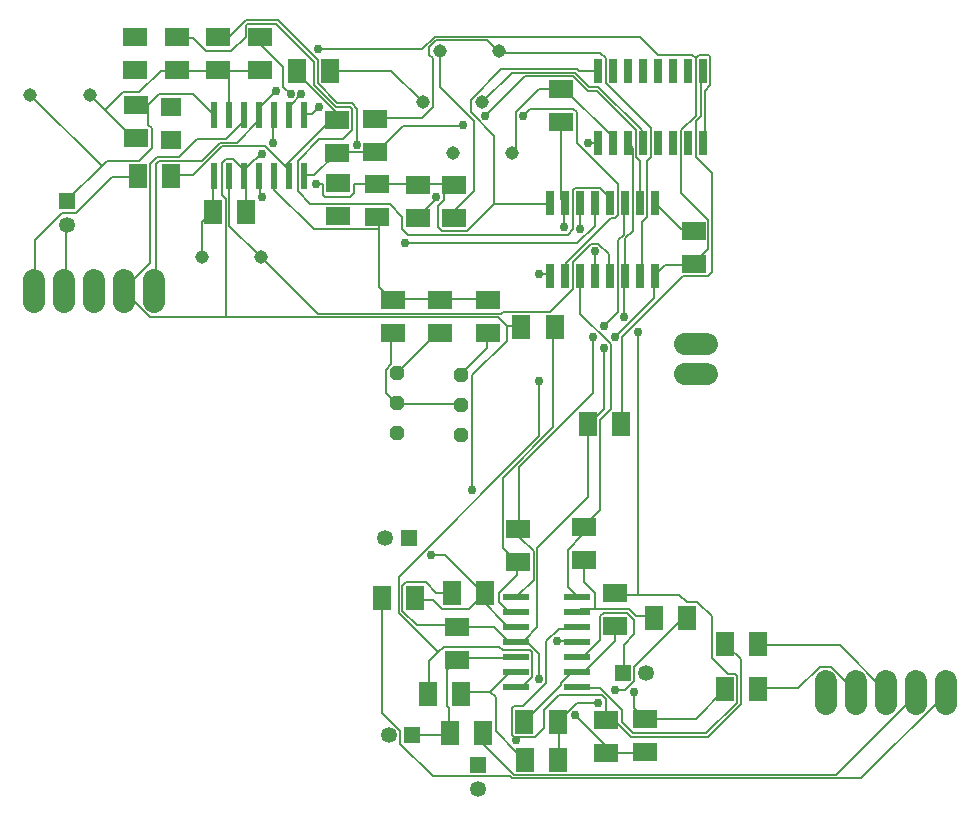
<source format=gbr>
G04 EAGLE Gerber X2 export*
%TF.Part,Single*%
%TF.FileFunction,Copper,L1,Top,Mixed*%
%TF.FilePolarity,Positive*%
%TF.GenerationSoftware,Autodesk,EAGLE,9.2.2*%
%TF.CreationDate,2019-04-19T13:43:48Z*%
G75*
%MOMM*%
%FSLAX34Y34*%
%LPD*%
%INTop Copper*%
%AMOC8*
5,1,8,0,0,1.08239X$1,22.5*%
G01*
%ADD10C,1.143000*%
%ADD11R,1.350000X1.350000*%
%ADD12C,1.350000*%
%ADD13R,1.800000X1.600000*%
%ADD14R,0.660400X2.032000*%
%ADD15R,0.600000X2.200000*%
%ADD16R,1.600000X2.000000*%
%ADD17R,2.000000X1.600000*%
%ADD18P,1.307527X8X292.500000*%
%ADD19R,2.200000X0.600000*%
%ADD20C,1.879600*%
%ADD21C,0.152400*%
%ADD22C,0.756400*%


D10*
X221887Y468437D03*
X171887Y468437D03*
D11*
X57395Y515723D03*
D12*
X57395Y495723D03*
D10*
X384099Y557010D03*
X434099Y557010D03*
X408805Y599770D03*
X358805Y599770D03*
X373162Y642869D03*
X423162Y642869D03*
D13*
X146017Y568112D03*
X146017Y596112D03*
D14*
X555501Y514458D03*
X555501Y452990D03*
X542801Y514458D03*
X530101Y514458D03*
X542801Y452990D03*
X530101Y452990D03*
X517401Y514458D03*
X517401Y452990D03*
X504701Y514458D03*
X504701Y452990D03*
X492001Y514458D03*
X479301Y514458D03*
X492001Y452990D03*
X479301Y452990D03*
X466601Y514458D03*
X466601Y452990D03*
X596177Y626312D03*
X596177Y564844D03*
X583477Y626312D03*
X570777Y626312D03*
X583477Y564844D03*
X570777Y564844D03*
X558077Y626312D03*
X558077Y564844D03*
X545377Y626312D03*
X545377Y564844D03*
X532677Y626312D03*
X519977Y626312D03*
X532677Y564844D03*
X519977Y564844D03*
X507277Y626312D03*
X507277Y564844D03*
D15*
X245743Y589132D03*
X245743Y537132D03*
X258443Y589132D03*
X233043Y589132D03*
X220343Y589132D03*
X258443Y537132D03*
X233043Y537132D03*
X220343Y537132D03*
X194943Y589132D03*
X194943Y537132D03*
X207643Y589132D03*
X182243Y589132D03*
X207643Y537132D03*
X182243Y537132D03*
D16*
X498520Y326961D03*
X526520Y326961D03*
D17*
X150363Y654662D03*
X150363Y626662D03*
X185802Y654662D03*
X185802Y626662D03*
X221241Y654662D03*
X221241Y626662D03*
X588083Y462984D03*
X588083Y490984D03*
X115962Y597061D03*
X115962Y569061D03*
X475433Y611165D03*
X475433Y583165D03*
X354428Y501446D03*
X354428Y529446D03*
X318659Y585508D03*
X318659Y557508D03*
X385618Y501930D03*
X385618Y529930D03*
X285999Y584900D03*
X285999Y556900D03*
D16*
X117376Y537194D03*
X145376Y537194D03*
D17*
X320206Y530599D03*
X320206Y502599D03*
X333213Y432097D03*
X333213Y404097D03*
X373745Y432097D03*
X373745Y404097D03*
X414277Y432097D03*
X414277Y404097D03*
D16*
X209339Y506608D03*
X181339Y506608D03*
X252580Y626559D03*
X280580Y626559D03*
D18*
X336546Y319400D03*
X336546Y344800D03*
X336546Y370200D03*
X391420Y318041D03*
X391420Y343441D03*
X391420Y368841D03*
D19*
X437683Y168091D03*
X489683Y168091D03*
X437683Y180791D03*
X437683Y155391D03*
X437683Y142691D03*
X489683Y180791D03*
X489683Y155391D03*
X489683Y142691D03*
X437683Y117291D03*
X489683Y117291D03*
X437683Y129991D03*
X437683Y104591D03*
X489683Y129991D03*
X489683Y104591D03*
D17*
X439424Y238310D03*
X439424Y210310D03*
D16*
X470326Y409311D03*
X442326Y409311D03*
X362791Y99135D03*
X390791Y99135D03*
X445048Y43189D03*
X473048Y43189D03*
D17*
X495232Y240481D03*
X495232Y212481D03*
D16*
X554336Y163229D03*
X582336Y163229D03*
D17*
X547217Y77266D03*
X547217Y49266D03*
X521926Y183937D03*
X521926Y155937D03*
X387583Y155475D03*
X387583Y127475D03*
D16*
X383363Y183890D03*
X411363Y183890D03*
D17*
X513718Y48743D03*
X513718Y76743D03*
D16*
X614451Y103014D03*
X642451Y103014D03*
X444910Y75138D03*
X472910Y75138D03*
X409620Y66040D03*
X381620Y66040D03*
X324263Y179802D03*
X352263Y179802D03*
X642300Y141245D03*
X614300Y141245D03*
D20*
X30000Y430602D02*
X30000Y449398D01*
X55400Y449398D02*
X55400Y430602D01*
X80800Y430602D02*
X80800Y449398D01*
X106200Y449398D02*
X106200Y430602D01*
X131600Y430602D02*
X131600Y449398D01*
D10*
X26641Y605575D03*
X76641Y605575D03*
D17*
X114923Y654662D03*
X114923Y626662D03*
X286623Y503255D03*
X286623Y531255D03*
D20*
X700000Y109398D02*
X700000Y90602D01*
X725400Y90602D02*
X725400Y109398D01*
X750800Y109398D02*
X750800Y90602D01*
X776200Y90602D02*
X776200Y109398D01*
X801600Y109398D02*
X801600Y90602D01*
D11*
X346768Y230965D03*
D12*
X326768Y230965D03*
D11*
X350056Y63886D03*
D12*
X330056Y63886D03*
D11*
X405754Y38637D03*
D12*
X405754Y18637D03*
D11*
X528047Y116866D03*
D12*
X548047Y116866D03*
D20*
X580602Y370000D02*
X599398Y370000D01*
X599398Y395400D02*
X580602Y395400D01*
D21*
X219456Y583692D02*
X219456Y588264D01*
X135636Y550164D02*
X132588Y547116D01*
X132588Y440436D01*
X219456Y588264D02*
X220343Y589132D01*
X132588Y440436D02*
X131600Y440000D01*
X563880Y461772D02*
X586740Y461772D01*
X563880Y461772D02*
X556260Y454152D01*
X586740Y461772D02*
X588083Y462984D01*
X556260Y454152D02*
X555501Y452990D01*
X597408Y565404D02*
X597408Y609600D01*
X601980Y614172D01*
X601980Y638556D01*
X600456Y640080D01*
X592836Y640080D01*
X589788Y637032D01*
X589788Y588264D01*
X577596Y576072D01*
X577596Y522732D01*
X600456Y499872D01*
X600456Y475488D01*
X588264Y463296D01*
X596177Y564844D02*
X597408Y565404D01*
X588264Y463296D02*
X588083Y462984D01*
X547116Y48768D02*
X515112Y48768D01*
X513718Y48743D01*
X547116Y48768D02*
X547217Y49266D01*
X419100Y155448D02*
X388620Y155448D01*
X419100Y155448D02*
X431292Y143256D01*
X437388Y143256D01*
X388620Y155448D02*
X387583Y155475D01*
X437388Y143256D02*
X437683Y142691D01*
X382524Y184404D02*
X370332Y184404D01*
X361188Y193548D01*
X344424Y193548D01*
X341376Y190500D01*
X341376Y169164D01*
X353568Y156972D01*
X387096Y156972D01*
X383363Y183890D02*
X382524Y184404D01*
X387096Y156972D02*
X387583Y155475D01*
X498348Y265176D02*
X498348Y326136D01*
X498348Y265176D02*
X455676Y222504D01*
X455676Y155448D01*
X445008Y144780D02*
X443484Y143256D01*
X445008Y144780D02*
X455676Y155448D01*
X443484Y143256D02*
X438912Y143256D01*
X498348Y326136D02*
X498520Y326961D01*
X438912Y143256D02*
X437683Y142691D01*
X513588Y54864D02*
X513588Y48768D01*
X513588Y54864D02*
X487680Y80772D01*
X457200Y111252D02*
X457200Y132588D01*
X445008Y144780D01*
X513588Y48768D02*
X513718Y48743D01*
X445008Y144780D02*
X437683Y142691D01*
X554736Y434340D02*
X554736Y452628D01*
X554736Y434340D02*
X521208Y400812D01*
X512064Y391668D02*
X512064Y339852D01*
X499872Y327660D01*
X554736Y452628D02*
X555501Y452990D01*
X499872Y327660D02*
X498520Y326961D01*
X220980Y589788D02*
X220980Y595884D01*
X234696Y609600D01*
X269748Y644652D02*
X358140Y644652D01*
X368808Y655320D01*
X542544Y655320D01*
X557784Y640080D01*
X586740Y640080D01*
X589788Y637032D01*
X220980Y589788D02*
X220343Y589132D01*
D22*
X487680Y80772D03*
X457200Y111252D03*
X521208Y400812D03*
X512064Y391668D03*
X234696Y609600D03*
X269748Y644652D03*
D21*
X172212Y550164D02*
X135636Y550164D01*
X172212Y550164D02*
X187452Y565404D01*
X201168Y565404D01*
X219456Y583692D01*
X220343Y589132D01*
X457200Y454152D02*
X466344Y454152D01*
X466601Y452990D01*
X498348Y565404D02*
X505968Y565404D01*
X507277Y564844D01*
X489204Y143256D02*
X472440Y143256D01*
X489204Y143256D02*
X489683Y142691D01*
X220980Y521208D02*
X220980Y536448D01*
X220980Y521208D02*
X222504Y519684D01*
X220980Y536448D02*
X220343Y537132D01*
D22*
X457200Y454152D03*
X498348Y565404D03*
X472440Y143256D03*
X222504Y519684D03*
D21*
X300228Y530352D02*
X320040Y530352D01*
X320206Y530599D01*
X376428Y530352D02*
X385572Y530352D01*
X376428Y530352D02*
X355092Y530352D01*
X354428Y529446D01*
X385572Y530352D02*
X385618Y529930D01*
X419100Y513588D02*
X466344Y513588D01*
X419100Y513588D02*
X396240Y490728D01*
X374904Y490728D01*
X371856Y493776D01*
X371856Y512064D01*
X376428Y516636D01*
X376428Y530352D01*
X466344Y513588D02*
X466601Y514458D01*
X385618Y529930D02*
X376428Y530352D01*
X490728Y626364D02*
X505968Y626364D01*
X490728Y626364D02*
X489204Y627888D01*
X425196Y627888D01*
X399288Y601980D01*
X399288Y591312D01*
X419100Y571500D01*
X419100Y513588D01*
X505968Y626364D02*
X507277Y626312D01*
X353568Y530352D02*
X321564Y530352D01*
X320206Y530599D01*
X353568Y530352D02*
X354428Y529446D01*
X473964Y74676D02*
X473964Y44196D01*
X473048Y43189D01*
X473964Y74676D02*
X472910Y75138D01*
X579120Y163068D02*
X582168Y163068D01*
X507492Y91440D02*
X489204Y91440D01*
X473964Y76200D01*
X582168Y163068D02*
X582336Y163229D01*
X473964Y76200D02*
X472910Y75138D01*
X208788Y507492D02*
X208788Y536448D01*
X208788Y507492D02*
X209339Y506608D01*
X208788Y536448D02*
X207643Y537132D01*
X231648Y565404D02*
X231648Y588264D01*
X222504Y556260D02*
X217932Y551688D01*
X216408Y551688D01*
X208788Y544068D01*
X208788Y537972D01*
X231648Y588264D02*
X233043Y589132D01*
X208788Y537972D02*
X207643Y537132D01*
X429768Y409956D02*
X441960Y409956D01*
X429768Y409956D02*
X422148Y417576D01*
X192024Y417576D02*
X128016Y417576D01*
X192024Y417576D02*
X422148Y417576D01*
X128016Y417576D02*
X106680Y438912D01*
X441960Y409956D02*
X442326Y409311D01*
X106680Y438912D02*
X106200Y440000D01*
X205740Y544068D02*
X208788Y544068D01*
X205740Y544068D02*
X198120Y551688D01*
X192024Y551688D01*
X188976Y548640D01*
X188976Y521208D01*
X192024Y518160D01*
X192024Y417576D01*
X207643Y537132D02*
X208788Y544068D01*
X400812Y368808D02*
X400812Y271272D01*
X400812Y368808D02*
X429768Y397764D01*
X429768Y409956D01*
X274320Y530352D02*
X268224Y530352D01*
D22*
X507492Y91440D03*
X231648Y565404D03*
X222504Y556260D03*
X400812Y271272D03*
X268224Y530352D03*
D21*
X579120Y163068D02*
X537972Y121920D01*
X537972Y109728D01*
X530352Y102108D01*
X521208Y102108D01*
X579120Y163068D02*
X582336Y163229D01*
X207264Y583692D02*
X207264Y588264D01*
X207264Y583692D02*
X192024Y568452D01*
X167640Y568452D01*
X152400Y553212D01*
X134112Y553212D01*
X128016Y547116D01*
X128016Y463296D01*
X105156Y440436D01*
X207264Y588264D02*
X207643Y589132D01*
X106200Y440000D02*
X105156Y440436D01*
X300228Y522732D02*
X300228Y530352D01*
X300228Y522732D02*
X297180Y519684D01*
X275844Y519684D01*
X274320Y521208D01*
X274320Y530352D01*
D22*
X521208Y102108D03*
D21*
X440436Y231648D02*
X440436Y237744D01*
X440436Y231648D02*
X452628Y219456D01*
X452628Y195072D01*
X438912Y181356D01*
X440436Y237744D02*
X439424Y238310D01*
X438912Y181356D02*
X437683Y180791D01*
X528828Y487680D02*
X528828Y513588D01*
X528828Y487680D02*
X524256Y483108D01*
X524256Y422148D01*
X512064Y409956D01*
X502920Y400812D02*
X502920Y353568D01*
X440436Y291084D01*
X440436Y239268D01*
X528828Y513588D02*
X530101Y514458D01*
X440436Y239268D02*
X439424Y238310D01*
D22*
X512064Y409956D03*
X502920Y400812D03*
D21*
X364236Y126492D02*
X364236Y100584D01*
X371856Y134112D02*
X376428Y138684D01*
X371856Y134112D02*
X364236Y126492D01*
X376428Y138684D02*
X423672Y138684D01*
X426720Y135636D01*
X449580Y135636D01*
X451104Y134112D01*
X451104Y112776D01*
X443484Y105156D01*
X438912Y105156D01*
X364236Y100584D02*
X362791Y99135D01*
X437683Y104591D02*
X438912Y105156D01*
X492252Y492252D02*
X492252Y513588D01*
X457568Y363709D02*
X457568Y317360D01*
X338328Y198120D01*
X338328Y167640D01*
X371856Y134112D01*
X492252Y513588D02*
X492001Y514458D01*
D22*
X492252Y492252D03*
X457568Y363709D03*
D21*
X493776Y239268D02*
X493776Y233172D01*
X481584Y220980D01*
X481584Y188976D01*
X489204Y181356D01*
X493776Y239268D02*
X495232Y240481D01*
X489204Y181356D02*
X489683Y180791D01*
X492252Y420624D02*
X492252Y452628D01*
X492252Y420624D02*
X518160Y394716D01*
X518160Y339852D01*
X509016Y330708D01*
X509016Y254508D01*
X495300Y240792D01*
X492252Y452628D02*
X492001Y452990D01*
X495300Y240792D02*
X495232Y240481D01*
X530352Y454152D02*
X530352Y484632D01*
X536448Y490728D01*
X536448Y560832D01*
X533400Y563880D01*
X530352Y454152D02*
X530101Y452990D01*
X533400Y563880D02*
X532677Y564844D01*
X541020Y182880D02*
X576072Y182880D01*
X541020Y182880D02*
X522732Y182880D01*
X576072Y182880D02*
X582168Y176784D01*
X591312Y176784D01*
X603504Y164592D01*
X603504Y129540D01*
X617220Y115824D01*
X623316Y115824D01*
X624840Y114300D01*
X624840Y91440D01*
X598932Y65532D01*
X536448Y65532D01*
X527304Y74676D01*
X527304Y85344D01*
X509016Y103632D01*
X490728Y103632D01*
X522732Y182880D02*
X521926Y183937D01*
X489683Y104591D02*
X490728Y103632D01*
X528828Y417576D02*
X528828Y452628D01*
X541020Y405384D02*
X541020Y182880D01*
X528828Y452628D02*
X530101Y452990D01*
D22*
X528828Y417576D03*
X541020Y405384D03*
D21*
X577596Y492252D02*
X586740Y492252D01*
X577596Y492252D02*
X556260Y513588D01*
X586740Y492252D02*
X588083Y490984D01*
X556260Y513588D02*
X555501Y514458D01*
X527304Y400812D02*
X527304Y327660D01*
X527304Y400812D02*
X579120Y452628D01*
X600456Y452628D01*
X603504Y455676D01*
X603504Y539496D01*
X589788Y553212D01*
X589788Y583692D01*
X594360Y588264D01*
X594360Y623316D01*
X595884Y624840D01*
X527304Y327660D02*
X526520Y326961D01*
X595884Y624840D02*
X596177Y626312D01*
X164592Y653796D02*
X150876Y653796D01*
X164592Y653796D02*
X175260Y643128D01*
X196596Y643128D01*
X208788Y655320D01*
X208788Y664464D01*
X210312Y665988D01*
X234696Y665988D01*
X266700Y633984D01*
X266700Y614172D01*
X284988Y595884D01*
X297180Y595884D01*
X298704Y594360D01*
X298704Y576072D01*
X291084Y568452D01*
X271272Y568452D01*
X252984Y550164D01*
X252984Y524256D01*
X263652Y513588D01*
X330708Y513588D01*
X341376Y502920D01*
X341376Y492252D01*
X345948Y487680D01*
X481584Y487680D01*
X486156Y492252D01*
X486156Y525780D01*
X487680Y527304D01*
X509016Y527304D01*
X516636Y519684D01*
X516636Y515112D01*
X150876Y653796D02*
X150363Y654662D01*
X516636Y515112D02*
X517401Y514458D01*
X195072Y655320D02*
X185928Y655320D01*
X195072Y655320D02*
X208788Y669036D01*
X236220Y669036D01*
X269748Y635508D01*
X269748Y615696D01*
X286512Y598932D01*
X298704Y598932D01*
X303276Y594360D01*
X303276Y563880D01*
X343558Y480372D02*
X489516Y480372D01*
X504444Y495300D01*
X504444Y513588D01*
X185802Y654662D02*
X185928Y655320D01*
X504701Y514458D02*
X504444Y513588D01*
D22*
X303276Y563880D03*
X343558Y480372D03*
D21*
X222504Y647700D02*
X222504Y653796D01*
X222504Y647700D02*
X240792Y629412D01*
X240792Y612648D01*
X246888Y606552D01*
X504444Y473964D02*
X504444Y454152D01*
X222504Y653796D02*
X221241Y654662D01*
X504444Y454152D02*
X504701Y452990D01*
D22*
X246888Y606552D03*
X504444Y473964D03*
D21*
X184404Y626364D02*
X150876Y626364D01*
X150363Y626662D01*
X184404Y626364D02*
X185802Y626662D01*
X185928Y626364D02*
X195072Y626364D01*
X220980Y626364D01*
X221241Y626662D01*
X185928Y626364D02*
X185802Y626662D01*
X195072Y626364D02*
X195072Y589788D01*
X194943Y589132D01*
X195072Y626364D02*
X185802Y626662D01*
X115824Y569976D02*
X112776Y569976D01*
X89916Y592836D02*
X77724Y605028D01*
X89916Y592836D02*
X112776Y569976D01*
X115824Y569976D02*
X115962Y569061D01*
X77724Y605028D02*
X76641Y605575D01*
X137160Y626364D02*
X149352Y626364D01*
X137160Y626364D02*
X118872Y608076D01*
X105156Y608076D01*
X89916Y592836D01*
X149352Y626364D02*
X150363Y626662D01*
X126492Y597408D02*
X117348Y597408D01*
X126492Y597408D02*
X135636Y606552D01*
X164592Y606552D01*
X181356Y589788D01*
X117348Y597408D02*
X115962Y597061D01*
X181356Y589788D02*
X182243Y589132D01*
X126492Y597408D02*
X126492Y580644D01*
X129540Y577596D01*
X129540Y560832D01*
X118872Y550164D01*
X91440Y550164D01*
X86868Y545592D02*
X57912Y516636D01*
X86868Y545592D02*
X91440Y550164D01*
X57912Y516636D02*
X57395Y515723D01*
X86868Y545592D02*
X27432Y605028D01*
X26641Y605575D01*
X516636Y470916D02*
X516636Y454152D01*
X516636Y470916D02*
X507492Y480060D01*
X501396Y480060D01*
X486156Y464820D01*
X486156Y441960D01*
X466344Y422148D01*
X426720Y422148D01*
X425196Y420624D01*
X269748Y420624D01*
X222504Y467868D01*
X516636Y454152D02*
X517401Y452990D01*
X222504Y467868D02*
X221887Y468437D01*
X195072Y495300D02*
X195072Y536448D01*
X195072Y495300D02*
X220980Y469392D01*
X195072Y536448D02*
X194943Y537132D01*
X220980Y469392D02*
X221887Y468437D01*
X181356Y507492D02*
X181356Y536448D01*
X181356Y507492D02*
X181339Y506608D01*
X181356Y536448D02*
X182243Y537132D01*
X172212Y498348D02*
X172212Y469392D01*
X172212Y498348D02*
X179832Y505968D01*
X172212Y469392D02*
X171887Y468437D01*
X179832Y505968D02*
X181339Y506608D01*
X475488Y518160D02*
X475488Y582168D01*
X475488Y518160D02*
X478536Y515112D01*
X475488Y582168D02*
X475433Y583165D01*
X478536Y515112D02*
X479301Y514458D01*
X332232Y403860D02*
X332232Y377952D01*
X327660Y373380D01*
X327660Y353568D01*
X335280Y345948D01*
X332232Y403860D02*
X333213Y404097D01*
X335280Y345948D02*
X336546Y344800D01*
X336804Y344424D02*
X390144Y344424D01*
X391420Y343441D01*
X336804Y344424D02*
X336546Y344800D01*
X478536Y493776D02*
X478536Y513588D01*
X479301Y514458D01*
D22*
X478536Y493776D03*
D21*
X478536Y611124D02*
X475488Y611124D01*
X478536Y611124D02*
X519684Y569976D01*
X519684Y565404D01*
X475488Y611124D02*
X475433Y611165D01*
X519684Y565404D02*
X519977Y564844D01*
X437388Y559758D02*
X437388Y591312D01*
X457200Y611124D01*
X473964Y611124D01*
X437388Y559758D02*
X434099Y557010D01*
X473964Y611124D02*
X475433Y611165D01*
X370332Y518160D02*
X355092Y502920D01*
X370332Y518160D02*
X370332Y519684D01*
X355092Y502920D02*
X354428Y501446D01*
D22*
X370332Y519684D03*
D21*
X544068Y565404D02*
X544068Y576072D01*
X507492Y612648D01*
X499872Y612648D01*
X487680Y624840D01*
X434340Y624840D01*
X409956Y600456D01*
X544068Y565404D02*
X545377Y564844D01*
X409956Y600456D02*
X408805Y599770D01*
X246888Y597408D02*
X246888Y589788D01*
X246888Y597408D02*
X256032Y606552D01*
X246888Y589788D02*
X245743Y589132D01*
D22*
X256032Y606552D03*
D21*
X320040Y586740D02*
X358140Y586740D01*
X367284Y595884D01*
X367284Y637032D01*
X364236Y640080D01*
X364236Y646176D01*
X370332Y652272D01*
X413004Y652272D01*
X422148Y643128D01*
X320040Y586740D02*
X318659Y585508D01*
X422148Y643128D02*
X423162Y642869D01*
X544068Y498348D02*
X544068Y454152D01*
X544068Y498348D02*
X548640Y502920D01*
X548640Y550164D01*
X551688Y553212D01*
X551688Y577596D01*
X513588Y615696D01*
X513588Y637032D01*
X509016Y641604D01*
X423672Y641604D01*
X544068Y454152D02*
X542801Y452990D01*
X423672Y641604D02*
X423162Y642869D01*
X387096Y509016D02*
X387096Y502920D01*
X387096Y509016D02*
X402336Y524256D01*
X402336Y583692D01*
X373380Y612648D01*
X373380Y641604D01*
X387096Y502920D02*
X385618Y501930D01*
X373380Y641604D02*
X373162Y642869D01*
X318516Y557784D02*
X286512Y557784D01*
X285999Y556900D01*
X318516Y557784D02*
X318659Y557508D01*
X542544Y550164D02*
X542544Y515112D01*
X542544Y550164D02*
X539496Y553212D01*
X539496Y576072D01*
X505968Y609600D01*
X498348Y609600D01*
X486156Y621792D01*
X445008Y621792D01*
X411480Y588264D01*
X393210Y580315D02*
X392315Y579419D01*
X341675Y579419D01*
X320040Y557784D01*
X542544Y515112D02*
X542801Y514458D01*
X320040Y557784D02*
X318659Y557508D01*
X266700Y537972D02*
X259080Y537972D01*
X266700Y537972D02*
X284988Y556260D01*
X259080Y537972D02*
X258443Y537132D01*
X284988Y556260D02*
X285999Y556900D01*
D22*
X411480Y588264D03*
X393210Y580315D03*
D21*
X373380Y432816D02*
X333756Y432816D01*
X333213Y432097D01*
X373380Y432816D02*
X373745Y432097D01*
X321564Y443484D02*
X321564Y492252D01*
X321564Y501396D01*
X321564Y443484D02*
X332232Y432816D01*
X321564Y501396D02*
X320206Y502599D01*
X332232Y432816D02*
X333213Y432097D01*
X374904Y432816D02*
X413004Y432816D01*
X414277Y432097D01*
X374904Y432816D02*
X373745Y432097D01*
X233172Y525780D02*
X233172Y536448D01*
X233172Y525780D02*
X266700Y492252D01*
X321564Y492252D01*
X233172Y536448D02*
X233043Y537132D01*
X281940Y626364D02*
X332232Y626364D01*
X358140Y600456D01*
X281940Y626364D02*
X280580Y626559D01*
X358140Y600456D02*
X358805Y599770D01*
X480060Y463296D02*
X480060Y454152D01*
X480060Y463296D02*
X518160Y501396D01*
X521208Y501396D01*
X524256Y504444D01*
X524256Y530352D01*
X489204Y565404D01*
X489204Y591312D01*
X486156Y594360D01*
X449580Y594360D01*
X443484Y588264D01*
X480060Y454152D02*
X479301Y452990D01*
X265176Y589788D02*
X259080Y589788D01*
X265176Y589788D02*
X271272Y595884D01*
X259080Y589788D02*
X258443Y589132D01*
D22*
X443484Y588264D03*
X271272Y595884D03*
D21*
X370332Y403860D02*
X373380Y403860D01*
X370332Y403860D02*
X336804Y370332D01*
X373380Y403860D02*
X373745Y404097D01*
X336804Y370332D02*
X336546Y370200D01*
X413004Y391668D02*
X413004Y403860D01*
X413004Y391668D02*
X391668Y370332D01*
X413004Y403860D02*
X414277Y404097D01*
X391668Y370332D02*
X391420Y368841D01*
X252984Y623316D02*
X252984Y626364D01*
X252984Y623316D02*
X284988Y591312D01*
X284988Y585216D01*
X252984Y626364D02*
X252580Y626559D01*
X284988Y585216D02*
X285999Y584900D01*
X164592Y537972D02*
X146304Y537972D01*
X164592Y537972D02*
X188976Y562356D01*
X225552Y562356D01*
X242316Y545592D02*
X245364Y542544D01*
X242316Y545592D02*
X225552Y562356D01*
X245364Y542544D02*
X245364Y537972D01*
X146304Y537972D02*
X145376Y537194D01*
X245364Y537972D02*
X245743Y537132D01*
X280416Y583692D02*
X284988Y583692D01*
X280416Y583692D02*
X242316Y545592D01*
X284988Y583692D02*
X285999Y584900D01*
X56388Y495300D02*
X56388Y440436D01*
X56388Y495300D02*
X57395Y495723D01*
X56388Y440436D02*
X55400Y440000D01*
X96012Y536448D02*
X117348Y536448D01*
X96012Y536448D02*
X65532Y505968D01*
X53340Y505968D01*
X30480Y483108D01*
X30480Y440436D01*
X117348Y536448D02*
X117376Y537194D01*
X30480Y440436D02*
X30000Y440000D01*
X324612Y178308D02*
X324612Y82296D01*
X339852Y67056D01*
X339852Y56388D01*
X367284Y28956D01*
X432816Y28956D01*
X434340Y27432D01*
X729996Y27432D01*
X801624Y99060D01*
X324612Y178308D02*
X324263Y179802D01*
X801600Y100000D02*
X801624Y99060D01*
X708660Y30480D02*
X435864Y30480D01*
X708660Y30480D02*
X777240Y99060D01*
X776200Y100000D01*
X409956Y65532D02*
X409956Y56388D01*
X435864Y30480D01*
X409956Y65532D02*
X409620Y66040D01*
X643128Y140208D02*
X711708Y140208D01*
X751332Y100584D01*
X643128Y140208D02*
X642300Y141245D01*
X750800Y100000D02*
X751332Y100584D01*
X676656Y103632D02*
X643128Y103632D01*
X676656Y103632D02*
X694944Y121920D01*
X704088Y121920D01*
X725424Y100584D01*
X643128Y103632D02*
X642451Y103014D01*
X725400Y100000D02*
X725424Y100584D01*
X438912Y199644D02*
X438912Y208788D01*
X438912Y199644D02*
X423672Y184404D01*
X423672Y176784D01*
X431292Y169164D01*
X437388Y169164D01*
X438912Y208788D02*
X439424Y210310D01*
X437388Y169164D02*
X437683Y168091D01*
X469392Y324612D02*
X469392Y408432D01*
X469392Y324612D02*
X426720Y281940D01*
X426720Y222504D01*
X438912Y210312D01*
X469392Y408432D02*
X470326Y409311D01*
X439424Y210310D02*
X438912Y210312D01*
X416052Y100584D02*
X391668Y100584D01*
X416052Y100584D02*
X431292Y115824D01*
X437388Y115824D01*
X391668Y100584D02*
X390791Y99135D01*
X437388Y115824D02*
X437683Y117291D01*
X445008Y48768D02*
X445008Y44196D01*
X420624Y67056D02*
X420624Y96012D01*
X416052Y100584D01*
X445008Y44196D02*
X445048Y43189D01*
X445008Y48768D02*
X438912Y48768D01*
X420624Y67056D01*
X445008Y48768D02*
X445048Y43189D01*
X539496Y164592D02*
X553212Y164592D01*
X539496Y164592D02*
X533400Y170688D01*
X504444Y170688D02*
X492252Y170688D01*
X504444Y170688D02*
X533400Y170688D01*
X492252Y170688D02*
X490728Y169164D01*
X553212Y164592D02*
X554336Y163229D01*
X490728Y169164D02*
X489683Y168091D01*
X495300Y193548D02*
X495300Y211836D01*
X495300Y193548D02*
X504444Y184404D01*
X504444Y170688D01*
X495300Y211836D02*
X495232Y212481D01*
X367284Y178308D02*
X353568Y178308D01*
X367284Y178308D02*
X374904Y170688D01*
X397764Y170688D01*
X406908Y179832D02*
X409956Y182880D01*
X406908Y179832D02*
X397764Y170688D01*
X353568Y178308D02*
X352263Y179802D01*
X409956Y182880D02*
X411363Y183890D01*
X431292Y155448D02*
X437388Y155448D01*
X431292Y155448D02*
X406908Y179832D01*
X437388Y155448D02*
X437683Y155391D01*
X411363Y183890D02*
X406908Y179832D01*
X377952Y216408D02*
X365760Y216408D01*
X377952Y216408D02*
X409956Y184404D01*
X411363Y183890D01*
D22*
X365760Y216408D03*
D21*
X381000Y86868D02*
X381000Y67056D01*
X381000Y86868D02*
X379476Y88392D01*
X379476Y118872D01*
X387096Y126492D01*
X381000Y67056D02*
X381620Y66040D01*
X387096Y126492D02*
X387583Y127475D01*
X390144Y129540D02*
X437388Y129540D01*
X390144Y129540D02*
X388620Y128016D01*
X437388Y129540D02*
X437683Y129991D01*
X388620Y128016D02*
X387583Y127475D01*
X379476Y64008D02*
X350520Y64008D01*
X379476Y64008D02*
X381000Y65532D01*
X350520Y64008D02*
X350056Y63886D01*
X381000Y65532D02*
X381620Y66040D01*
X515112Y76200D02*
X521208Y76200D01*
X534924Y62484D01*
X600456Y62484D01*
X627888Y89916D01*
X627888Y128016D01*
X615696Y140208D01*
X515112Y76200D02*
X513718Y76743D01*
X614300Y141245D02*
X615696Y140208D01*
X489204Y153924D02*
X473964Y153924D01*
X463296Y143256D01*
X463296Y108204D01*
X443484Y88392D01*
X435864Y88392D01*
X434340Y86868D01*
X434340Y64008D01*
X435864Y62484D01*
X437388Y62484D02*
X454152Y62484D01*
X437388Y62484D02*
X435864Y62484D01*
X454152Y62484D02*
X461772Y70104D01*
X461772Y85344D01*
X473964Y97536D01*
X510540Y97536D01*
X513588Y94488D01*
X513588Y77724D01*
X489204Y153924D02*
X489683Y155391D01*
X513588Y77724D02*
X513718Y76743D01*
X437388Y62484D02*
X437388Y59436D01*
D22*
X437388Y59436D03*
D21*
X548640Y77724D02*
X589788Y77724D01*
X614172Y102108D01*
X548640Y77724D02*
X547217Y77266D01*
X614172Y102108D02*
X614451Y103014D01*
X495300Y131064D02*
X490728Y131064D01*
X495300Y131064D02*
X509016Y144780D01*
X509016Y164592D01*
X512064Y167640D01*
X531876Y167640D01*
X537972Y161544D01*
X490728Y131064D02*
X489683Y129991D01*
X528828Y140208D02*
X528828Y117348D01*
X528828Y140208D02*
X537972Y149352D01*
X537972Y161544D01*
X528828Y117348D02*
X528047Y116866D01*
X537972Y100584D02*
X537972Y86868D01*
X547116Y77724D01*
X547217Y77266D01*
D22*
X537972Y100584D03*
D21*
X475488Y106680D02*
X445008Y76200D01*
X475488Y106680D02*
X475488Y108204D01*
X483108Y115824D01*
X489204Y115824D01*
X445008Y76200D02*
X444910Y75138D01*
X489204Y115824D02*
X489683Y117291D01*
X490728Y117348D02*
X495300Y117348D01*
X490728Y117348D02*
X489683Y117291D01*
X521208Y143256D02*
X521208Y155448D01*
X521208Y143256D02*
X495300Y117348D01*
X521208Y155448D02*
X521926Y155937D01*
X495300Y117348D02*
X489683Y117291D01*
M02*

</source>
